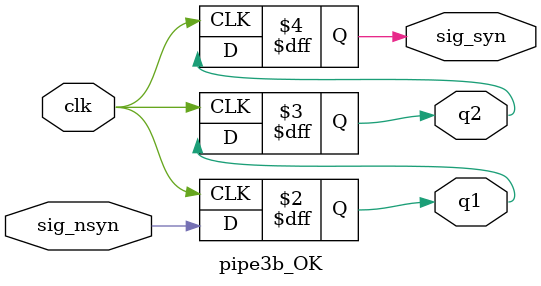
<source format=v>
`timescale 1ns / 1ps



module pipe3b_OK(sig_nsyn,clk,q1,q2,sig_syn);
    input sig_nsyn;
    input clk;
    output reg q1;
    output reg q2;
    output reg sig_syn;
    always @(posedge clk) begin
        sig_syn<=q2;
        q2<=q1;
        q1<=sig_nsyn;
    end  
endmodule

</source>
